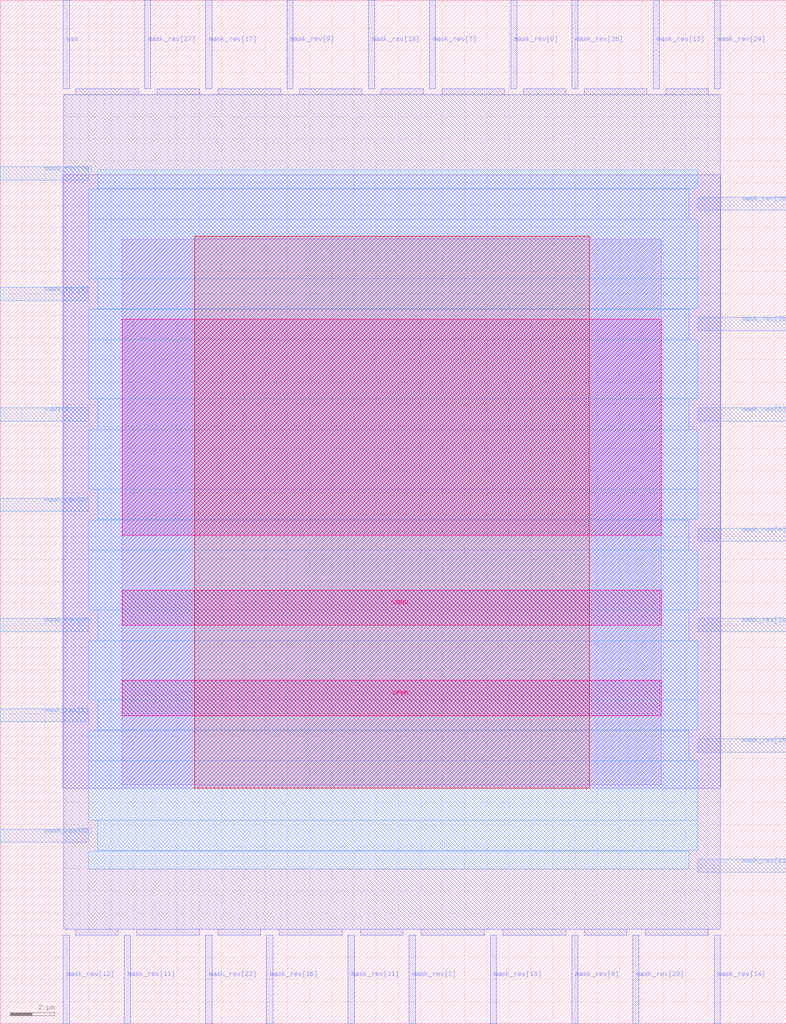
<source format=lef>
VERSION 5.7 ;
  NOWIREEXTENSIONATPIN ON ;
  DIVIDERCHAR "/" ;
  BUSBITCHARS "[]" ;
MACRO user_id_programming
  CLASS BLOCK ;
  FOREIGN user_id_programming ;
  ORIGIN 0.000 0.000 ;
  SIZE 35.545 BY 46.265 ;
  PIN mask_rev[0]
    DIRECTION OUTPUT TRISTATE ;
    PORT
      LAYER met2 ;
        RECT 23.090 42.265 23.370 46.265 ;
    END
  END mask_rev[0]
  PIN mask_rev[10]
    DIRECTION OUTPUT TRISTATE ;
    PORT
      LAYER met2 ;
        RECT 22.170 0.000 22.450 4.000 ;
    END
  END mask_rev[10]
  PIN mask_rev[11]
    DIRECTION OUTPUT TRISTATE ;
    PORT
      LAYER met2 ;
        RECT 5.610 0.000 5.890 4.000 ;
    END
  END mask_rev[11]
  PIN mask_rev[12]
    DIRECTION OUTPUT TRISTATE ;
    PORT
      LAYER met2 ;
        RECT 2.850 0.000 3.130 4.000 ;
    END
  END mask_rev[12]
  PIN mask_rev[13]
    DIRECTION OUTPUT TRISTATE ;
    PORT
      LAYER met2 ;
        RECT 29.530 42.265 29.810 46.265 ;
    END
  END mask_rev[13]
  PIN mask_rev[14]
    DIRECTION OUTPUT TRISTATE ;
    PORT
      LAYER met2 ;
        RECT 32.290 0.000 32.570 4.000 ;
    END
  END mask_rev[14]
  PIN mask_rev[15]
    DIRECTION OUTPUT TRISTATE ;
    PORT
      LAYER met3 ;
        RECT 31.545 12.280 35.545 12.880 ;
    END
  END mask_rev[15]
  PIN mask_rev[16]
    DIRECTION OUTPUT TRISTATE ;
    PORT
      LAYER met2 ;
        RECT 12.050 0.000 12.330 4.000 ;
    END
  END mask_rev[16]
  PIN mask_rev[17]
    DIRECTION OUTPUT TRISTATE ;
    PORT
      LAYER met2 ;
        RECT 9.290 42.265 9.570 46.265 ;
    END
  END mask_rev[17]
  PIN mask_rev[18]
    DIRECTION OUTPUT TRISTATE ;
    PORT
      LAYER met3 ;
        RECT 0.000 38.120 4.000 38.720 ;
    END
  END mask_rev[18]
  PIN mask_rev[19]
    DIRECTION OUTPUT TRISTATE ;
    PORT
      LAYER met2 ;
        RECT 16.650 42.265 16.930 46.265 ;
    END
  END mask_rev[19]
  PIN mask_rev[1]
    DIRECTION OUTPUT TRISTATE ;
    PORT
      LAYER met3 ;
        RECT 0.000 13.640 4.000 14.240 ;
    END
  END mask_rev[1]
  PIN mask_rev[20]
    DIRECTION OUTPUT TRISTATE ;
    PORT
      LAYER met3 ;
        RECT 31.545 17.720 35.545 18.320 ;
    END
  END mask_rev[20]
  PIN mask_rev[21]
    DIRECTION OUTPUT TRISTATE ;
    PORT
      LAYER met3 ;
        RECT 31.545 6.840 35.545 7.440 ;
    END
  END mask_rev[21]
  PIN mask_rev[22]
    DIRECTION OUTPUT TRISTATE ;
    PORT
      LAYER met3 ;
        RECT 0.000 8.200 4.000 8.800 ;
    END
  END mask_rev[22]
  PIN mask_rev[23]
    DIRECTION OUTPUT TRISTATE ;
    PORT
      LAYER met2 ;
        RECT 9.290 0.000 9.570 4.000 ;
    END
  END mask_rev[23]
  PIN mask_rev[24]
    DIRECTION OUTPUT TRISTATE ;
    PORT
      LAYER met2 ;
        RECT 32.290 42.265 32.570 46.265 ;
    END
  END mask_rev[24]
  PIN mask_rev[25]
    DIRECTION OUTPUT TRISTATE ;
    PORT
      LAYER met3 ;
        RECT 0.000 17.720 4.000 18.320 ;
    END
  END mask_rev[25]
  PIN mask_rev[26]
    DIRECTION OUTPUT TRISTATE ;
    PORT
      LAYER met2 ;
        RECT 25.850 42.265 26.130 46.265 ;
    END
  END mask_rev[26]
  PIN mask_rev[27]
    DIRECTION OUTPUT TRISTATE ;
    PORT
      LAYER met2 ;
        RECT 6.530 42.265 6.810 46.265 ;
    END
  END mask_rev[27]
  PIN mask_rev[28]
    DIRECTION OUTPUT TRISTATE ;
    PORT
      LAYER met3 ;
        RECT 31.545 36.760 35.545 37.360 ;
    END
  END mask_rev[28]
  PIN mask_rev[29]
    DIRECTION OUTPUT TRISTATE ;
    PORT
      LAYER met2 ;
        RECT 28.610 0.000 28.890 4.000 ;
    END
  END mask_rev[29]
  PIN mask_rev[2]
    DIRECTION OUTPUT TRISTATE ;
    PORT
      LAYER met3 ;
        RECT 0.000 23.160 4.000 23.760 ;
    END
  END mask_rev[2]
  PIN mask_rev[30]
    DIRECTION OUTPUT TRISTATE ;
    PORT
      LAYER met3 ;
        RECT 31.545 31.320 35.545 31.920 ;
    END
  END mask_rev[30]
  PIN mask_rev[31]
    DIRECTION OUTPUT TRISTATE ;
    PORT
      LAYER met2 ;
        RECT 15.730 0.000 16.010 4.000 ;
    END
  END mask_rev[31]
  PIN mask_rev[3]
    DIRECTION OUTPUT TRISTATE ;
    PORT
      LAYER met2 ;
        RECT 18.490 0.000 18.770 4.000 ;
    END
  END mask_rev[3]
  PIN mask_rev[4]
    DIRECTION OUTPUT TRISTATE ;
    PORT
      LAYER met3 ;
        RECT 31.545 21.800 35.545 22.400 ;
    END
  END mask_rev[4]
  PIN mask_rev[5]
    DIRECTION OUTPUT TRISTATE ;
    PORT
      LAYER met3 ;
        RECT 31.545 27.240 35.545 27.840 ;
    END
  END mask_rev[5]
  PIN mask_rev[6]
    DIRECTION OUTPUT TRISTATE ;
    PORT
      LAYER met3 ;
        RECT 0.000 32.680 4.000 33.280 ;
    END
  END mask_rev[6]
  PIN mask_rev[7]
    DIRECTION OUTPUT TRISTATE ;
    PORT
      LAYER met2 ;
        RECT 19.410 42.265 19.690 46.265 ;
    END
  END mask_rev[7]
  PIN mask_rev[8]
    DIRECTION OUTPUT TRISTATE ;
    PORT
      LAYER met2 ;
        RECT 25.850 0.000 26.130 4.000 ;
    END
  END mask_rev[8]
  PIN mask_rev[9]
    DIRECTION OUTPUT TRISTATE ;
    PORT
      LAYER met2 ;
        RECT 12.970 42.265 13.250 46.265 ;
    END
  END mask_rev[9]
  PIN vdd1v8
    DIRECTION INOUT ;
    PORT
      LAYER met3 ;
        RECT 0.000 27.240 4.000 27.840 ;
    END
  END vdd1v8
  PIN vss
    DIRECTION INOUT ;
    PORT
      LAYER met2 ;
        RECT 2.850 42.265 3.130 46.265 ;
    END
  END vss
  PIN VPWR
    DIRECTION INPUT ;
    USE POWER ;
    PORT
      LAYER met5 ;
        RECT 5.520 13.920 29.900 15.520 ;
    END
  END VPWR
  PIN VGND
    DIRECTION INPUT ;
    USE GROUND ;
    PORT
      LAYER met5 ;
        RECT 5.520 18.000 29.900 19.600 ;
    END
  END VGND
  OBS
      LAYER li1 ;
        RECT 5.520 10.795 29.900 35.445 ;
      LAYER met1 ;
        RECT 2.830 10.640 32.590 38.380 ;
      LAYER met2 ;
        RECT 3.410 41.985 6.250 42.265 ;
        RECT 7.090 41.985 9.010 42.265 ;
        RECT 9.850 41.985 12.690 42.265 ;
        RECT 13.530 41.985 16.370 42.265 ;
        RECT 17.210 41.985 19.130 42.265 ;
        RECT 19.970 41.985 22.810 42.265 ;
        RECT 23.650 41.985 25.570 42.265 ;
        RECT 26.410 41.985 29.250 42.265 ;
        RECT 30.090 41.985 32.010 42.265 ;
        RECT 2.860 4.280 32.560 41.985 ;
        RECT 3.410 4.000 5.330 4.280 ;
        RECT 6.170 4.000 9.010 4.280 ;
        RECT 9.850 4.000 11.770 4.280 ;
        RECT 12.610 4.000 15.450 4.280 ;
        RECT 16.290 4.000 18.210 4.280 ;
        RECT 19.050 4.000 21.890 4.280 ;
        RECT 22.730 4.000 25.570 4.280 ;
        RECT 26.410 4.000 28.330 4.280 ;
        RECT 29.170 4.000 32.010 4.280 ;
      LAYER met3 ;
        RECT 4.400 37.760 31.545 38.585 ;
        RECT 4.400 37.720 31.145 37.760 ;
        RECT 4.000 36.360 31.145 37.720 ;
        RECT 4.000 33.680 31.545 36.360 ;
        RECT 4.400 32.320 31.545 33.680 ;
        RECT 4.400 32.280 31.145 32.320 ;
        RECT 4.000 30.920 31.145 32.280 ;
        RECT 4.000 28.240 31.545 30.920 ;
        RECT 4.400 26.840 31.145 28.240 ;
        RECT 4.000 24.160 31.545 26.840 ;
        RECT 4.400 22.800 31.545 24.160 ;
        RECT 4.400 22.760 31.145 22.800 ;
        RECT 4.000 21.400 31.145 22.760 ;
        RECT 4.000 18.720 31.545 21.400 ;
        RECT 4.400 17.320 31.145 18.720 ;
        RECT 4.000 14.640 31.545 17.320 ;
        RECT 4.400 13.280 31.545 14.640 ;
        RECT 4.400 13.240 31.145 13.280 ;
        RECT 4.000 11.880 31.145 13.240 ;
        RECT 4.000 9.200 31.545 11.880 ;
        RECT 4.400 7.840 31.545 9.200 ;
        RECT 4.400 7.800 31.145 7.840 ;
        RECT 4.000 6.975 31.145 7.800 ;
      LAYER met4 ;
        RECT 8.780 10.640 26.635 35.600 ;
      LAYER met5 ;
        RECT 5.520 22.080 29.900 31.840 ;
  END
END user_id_programming
END LIBRARY


</source>
